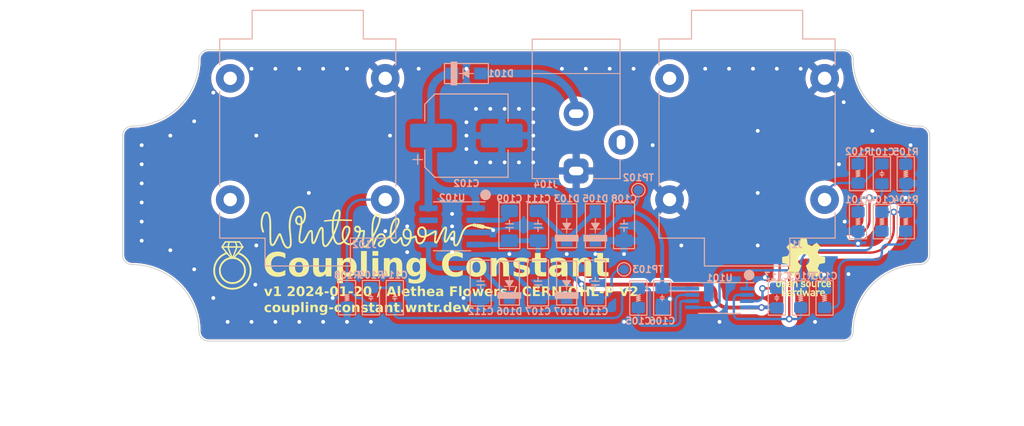
<source format=kicad_pcb>
(kicad_pcb (version 20221018) (generator pcbnew)
  (title_block (title "Coupling Constant") (date "2024-01-20") (rev "v1") (company "Winterbloom") (comment 1 "Alethea Flowers") (comment 2 "CERN-OHL-P V2") (comment 3 "coupling-constant.wntr.dev"))
  (layers (0 "F.Cu" signal) (31 "B.Cu" signal) (34 "B.Paste" user) (35 "F.Paste" user) (36 "B.SilkS" user "B.Silkscreen") (37 "F.SilkS" user "F.Silkscreen") (38 "B.Mask" user) (39 "F.Mask" user) (44 "Edge.Cuts" user))
  (net 0 "")
  (net 1 "/guitar in")
  (net 2 "Net-(U101A--)")
  (net 3 "+9V")
  (net 4 "GND")
  (net 5 "Net-(C103-Pad2)")
  (net 6 "Net-(U101A-+)")
  (net 7 "Net-(U101B--)")
  (net 8 "Net-(U101B-+)")
  (net 9 "Net-(C105-Pad2)")
  (net 10 "VCC")
  (net 11 "Net-(U102-CAP-)")
  (net 12 "Net-(D106-A)")
  (net 13 "Net-(U102-CAP+)")
  (net 14 "VEE")
  (net 15 "Net-(D103-K)")
  (net 16 "Net-(D106-K)")
  (net 17 "Net-(C114-Pad2)")
  (net 18 "Net-(D101-A)")
  (net 19 "/guitar out")
  (net 22 "Net-(R102-Pad2)")
  (footprint "winterbloom:Symbol_Winterbloom_25mm" (layer "F.Cu") (at 142.2 107.5)
    (fp_text reference "G***" hide)
    (fp_text value "LOGO" hide)
  )
  (footprint "Symbol:OSHW-Logo_5.7x6mm_SilkScreen" (layer "F.Cu") (at 186.9 111.7)
    (fp_text reference "REF**" hide)
    (fp_text value "OSHW-Logo_5.7x6mm_SilkScreen" hide)
  )
  (footprint "Graphics" (layer "F.Cu") (at 127.1 111.5)
    (fp_text reference "" (at 0 0) (layer "F.SilkS") (effects (font (size 1.27 1.27))))
    (fp_text value "" (at 0 0) (layer "F.SilkS") (effects (font (size 1.27 1.27))))
  )
  (footprint "winterbloom:R_0805_HandSolder" (layer "B.Cu") (at 197.6 101.9 -90)
    (fp_text reference "R105" (at -2.3 0 unlocked) (layer "B.SilkS") (effects (font (size 0.7 0.7) (thickness 0.15) bold) (justify mirror)))
    (fp_text value "10M")
    (pad "1" smd roundrect (at -1 0 270) (size 1.2 1.4) (layers "B.Cu" "B.Paste" "B.Mask") (roundrect_rratio 0.2083333333) (net 22 "Net-(R102-Pad2)"))
    (pad "2" smd roundrect (at 1 0 270) (size 1.2 1.4) (layers "B.Cu" "B.Paste" "B.Mask") (roundrect_rratio 0.2083333333) (net 4 "GND"))
  )
  (footprint "winterbloom:C_0805_HandSolder" (layer "B.Cu") (at 184.1 114.9 90)
    (fp_text reference "C113" (at 2.3 0 unlocked) (layer "B.SilkS") (effects (font (size 0.7 0.7) (thickness 0.15) bold) (justify mirror)))
    (fp_text value "100n")
    (pad "1" smd roundrect (at -1.0375 0 90) (size 1.175 1.45) (layers "B.Cu" "B.Paste" "B.Mask") (roundrect_rratio 0.2127659574) (net 14 "VEE"))
    (pad "2" smd roundrect (at 1.0375 0 90) (size 1.175 1.45) (layers "B.Cu" "B.Paste" "B.Mask") (roundrect_rratio 0.2127659574) (net 4 "GND"))
  )
  (footprint "winterbloom:D_SOD-123+SOD-123F" (layer "B.Cu") (at 165.1 107.3375 90)
    (fp_text reference "D105" (at 2.8375 0 unlocked) (layer "B.SilkS") (effects (font (size 0.7 0.7) (thickness 0.15) bold) (justify mirror)))
    (fp_text value "1N5817")
    (pad "1" smd rect (at -1.5 0 90) (size 1.35 1.22) (layers "B.Cu" "B.Paste" "B.Mask") (net 10 "VCC"))
    (pad "2" smd rect (at 1.5 0 90) (size 1.35 1.22) (layers "B.Cu" "B.Paste" "B.Mask") (net 15 "Net-(D103-K)"))
  )
  (footprint "winterbloom:D_SOD-123+SOD-123F" (layer "B.Cu") (at 156.095877 113.3375 90)
    (fp_text reference "D106" (at -2.9625 0.004123 unlocked) (layer "B.SilkS") (effects (font (size 0.7 0.7) (thickness 0.15) bold) (justify mirror)))
    (fp_text value "1N5817")
    (pad "1" smd rect (at -1.5 0 90) (size 1.35 1.22) (layers "B.Cu" "B.Paste" "B.Mask") (net 16 "Net-(D106-K)"))
    (pad "2" smd rect (at 1.5 0 90) (size 1.35 1.22) (layers "B.Cu" "B.Paste" "B.Mask") (net 12 "Net-(D106-A)"))
  )
  (footprint "winterbloom:R_0805_HandSolder" (layer "B.Cu") (at 197.6 106.9 90)
    (fp_text reference "R104" (at 2.3 0 unlocked) (layer "B.SilkS") (effects (font (size 0.7 0.7) (thickness 0.15) bold) (justify mirror)))
    (fp_text value "200k")
    (pad "1" smd roundrect (at -1 0 90) (size 1.2 1.4) (layers "B.Cu" "B.Paste" "B.Mask") (roundrect_rratio 0.2083333333) (net 5 "Net-(C103-Pad2)"))
    (pad "2" smd roundrect (at 1 0 90) (size 1.2 1.4) (layers "B.Cu" "B.Paste" "B.Mask") (roundrect_rratio 0.2083333333) (net 2 "Net-(U101A--)"))
  )
  (footprint "winterbloom:C_0805_HandSolder" (layer "B.Cu") (at 195.1 101.9 -90)
    (fp_text reference "C101" (at -2.3 0 unlocked) (layer "B.SilkS") (effects (font (size 0.7 0.7) (thickness 0.15) bold) (justify mirror)))
    (fp_text value "100n")
    (pad "1" smd roundrect (at -1.0375 0 270) (size 1.175 1.45) (layers "B.Cu" "B.Paste" "B.Mask") (roundrect_rratio 0.2127659574) (net 1 "/guitar in"))
    (pad "2" smd roundrect (at 1.0375 0 270) (size 1.175 1.45) (layers "B.Cu" "B.Paste" "B.Mask") (roundrect_rratio 0.2127659574) (net 6 "Net-(U101A-+)"))
  )
  (footprint "winterbloom:C_0805_HandSolder" (layer "B.Cu") (at 172.1 114.9 90)
    (fp_text reference "C106" (at -2.4 0 unlocked) (layer "B.SilkS") (effects (font (size 0.7 0.7) (thickness 0.15) bold) (justify mirror)))
    (fp_text value "100n")
    (pad "1" smd roundrect (at -1.0375 0 90) (size 1.175 1.45) (layers "B.Cu" "B.Paste" "B.Mask") (roundrect_rratio 0.2127659574) (net 4 "GND"))
    (pad "2" smd roundrect (at 1.0375 0 90) (size 1.175 1.45) (layers "B.Cu" "B.Paste" "B.Mask") (roundrect_rratio 0.2127659574) (net 10 "VCC"))
  )
  (footprint "winterbloom:R_0805_HandSolder" (layer "B.Cu") (at 169.6 114.9 90)
    (fp_text reference "C105" (at -2.4 0 unlocked) (layer "B.SilkS") (effects (font (size 0.7 0.7) (thickness 0.15) bold) (justify mirror)))
    (fp_text value "TODO")
    (pad "1" smd roundrect (at -1 0 90) (size 1.2 1.4) (layers "B.Cu" "B.Paste" "B.Mask") (roundrect_rratio 0.2083333333) (net 7 "Net-(U101B--)"))
    (pad "2" smd roundrect (at 1 0 90) (size 1.2 1.4) (layers "B.Cu" "B.Paste" "B.Mask") (roundrect_rratio 0.2083333333) (net 9 "Net-(C105-Pad2)"))
  )
  (footprint "winterbloom:C_0805_HandSolder" (layer "B.Cu") (at 141.6 114.8625 90)
    (fp_text reference "R109" (at 2.3625 0 unlocked) (layer "B.SilkS") (effects (font (size 0.7 0.7) (thickness 0.15) bold) (justify mirror)))
    (fp_text value "10R")
    (pad "1" smd roundrect (at -1.0375 0 90) (size 1.175 1.45) (layers "B.Cu" "B.Paste" "B.Mask") (roundrect_rratio 0.2127659574) (net 19 "/guitar out"))
    (pad "2" smd roundrect (at 1.0375 0 90) (size 1.175 1.45) (layers "B.Cu" "B.Paste" "B.Mask") (roundrect_rratio 0.2127659574) (net 17 "Net-(C114-Pad2)"))
  )
  (footprint "winterbloom:BarrelJack_CUI_PJ-102AH_Horizontal" (layer "B.Cu") (at 163.0875 101.6)
    (fp_text reference "J104" (at -3.1875 1.4 unlocked) (layer "B.SilkS") (effects (font (size 0.7 0.7) (thickness 0.15) bold) (justify mirror)))
    (fp_text value "DC IN")
    (pad "1" thru_hole roundrect (at 0 0) (size 2.6 2.6) (drill oval 1.5 0.9) (layers "*.Cu" "*.Mask") (net 4 "GND"))
    (pad "2" thru_hole circle (at 0 -6) (size 2.6 2.6) (drill oval 1.5 0.9) (layers "*.Cu" "*.Mask") (net 18 "Net-(D101-A)"))
    (pad "3" thru_hole circle (at 4.7 -3) (size 2.6 2.6) (drill oval 0.9 1.5) (layers "*.Cu" "*.Mask"))
  )
  (footprint "Connector_Audio:Jack_6.35mm_Neutrik_NMJ4HCD2_Horizontal" (layer "B.Cu") (at 189.1 104.6 90)
    (fp_text reference "J1" (at -4.7 -2.9 unlocked) (layer "B.SilkS") (effects (font (size 0.7 0.7) (thickness 0.15) bold) (justify mirror)))
    (fp_text value "Input")
    (pad "S" thru_hole circle (at 12.7 0 90) (size 3 3) (drill 1.4) (layers "*.Cu" "*.Mask") (net 4 "GND"))
    (pad "SN" thru_hole circle (at 12.7 -16.23 90) (size 3 3) (drill 1.4) (layers "*.Cu" "*.Mask"))
    (pad "T" thru_hole circle (at 0 0 90) (size 3 3) (drill 1.4) (layers "*.Cu" "*.Mask") (net 1 "/guitar in"))
    (pad "TN" thru_hole circle (at 0 -16.23 90) (size 3 3) (drill 1.4) (layers "*.Cu" "*.Mask") (net 4 "GND"))
  )
  (footprint "winterbloom:C_1206_HandSolder" (layer "B.Cu") (at 168.1 107.3375 -90)
    (fp_text reference "C108" (at -2.8375 0 unlocked) (layer "B.SilkS") (effects (font (size 0.7 0.7) (thickness 0.15) bold) (justify mirror)))
    (fp_text value "10u")
    (pad "1" smd roundrect (at -1.5625 0 270) (size 1.325 1.8) (layers "B.Cu" "B.Paste" "B.Mask") (roundrect_rratio 0.1886792453) (net 10 "VCC"))
    (pad "2" smd roundrect (at 1.5625 0 270) (size 1.325 1.8) (layers "B.Cu" "B.Paste" "B.Mask") (roundrect_rratio 0.1886792453) (net 4 "GND"))
  )
  (footprint "winterbloom:R_0805_HandSolder" (layer "B.Cu") (at 192.6 101.8625 90)
    (fp_text reference "R102" (at 2.3 0 unlocked) (layer "B.SilkS") (effects (font (size 0.7 0.7) (thickness 0.15) bold) (justify mirror)))
    (fp_text value "10M")
    (pad "1" smd roundrect (at -1 0 90) (size 1.2 1.4) (layers "B.Cu" "B.Paste" "B.Mask") (roundrect_rratio 0.2083333333) (net 1 "/guitar in"))
    (pad "2" smd roundrect (at 1 0 90) (size 1.2 1.4) (layers "B.Cu" "B.Paste" "B.Mask") (roundrect_rratio 0.2083333333) (net 22 "Net-(R102-Pad2)"))
  )
  (footprint "winterbloom:D_SOD-123+SOD-123F" (layer "B.Cu") (at 151.6 91.4)
    (fp_text reference "D101" (at 3.6 0 unlocked) (layer "B.SilkS") (effects (font (size 0.7 0.7) (thickness 0.15) bold) (justify mirror)))
    (fp_text value "1N5817")
    (pad "1" smd rect (at -1.5 0) (size 1.35 1.22) (layers "B.Cu" "B.Paste" "B.Mask") (net 3 "+9V"))
    (pad "2" smd rect (at 1.5 0) (size 1.35 1.22) (layers "B.Cu" "B.Paste" "B.Mask") (net 18 "Net-(D101-A)"))
  )
  (footprint "winterbloom:C_1206_HandSolder" (layer "B.Cu") (at 165.095877 113.3375 -90)
    (fp_text reference "C110" (at 2.9625 -0.004123 unlocked) (layer "B.SilkS") (effects (font (size 0.7 0.7) (thickness 0.15) bold) (justify mirror)))
    (fp_text value "10u")
    (pad "1" smd roundrect (at -1.5625 0 270) (size 1.325 1.8) (layers "B.Cu" "B.Paste" "B.Mask") (roundrect_rratio 0.1886792453) (net 4 "GND"))
    (pad "2" smd roundrect (at 1.5625 0 270) (size 1.325 1.8) (layers "B.Cu" "B.Paste" "B.Mask") (roundrect_rratio 0.1886792453) (net 14 "VEE"))
  )
  (footprint "winterbloom:C_1206_HandSolder" (layer "B.Cu") (at 156.1 107.3375 -90)
    (fp_text reference "C109" (at -2.8375 0 unlocked) (layer "B.SilkS") (effects (font (size 0.7 0.7) (thickness 0.15) bold) (justify mirror)))
    (fp_text value "10u")
    (pad "1" smd roundrect (at -1.5625 0 270) (size 1.325 1.8) (layers "B.Cu" "B.Paste" "B.Mask") (roundrect_rratio 0.1886792453) (net 13 "Net-(U102-CAP+)"))
    (pad "2" smd roundrect (at 1.5625 0 270) (size 1.325 1.8) (layers "B.Cu" "B.Paste" "B.Mask") (roundrect_rratio 0.1886792453) (net 11 "Net-(U102-CAP-)"))
  )
  (footprint "winterbloom:R_0805_HandSolder" (layer "B.Cu") (at 186.6 114.9 90)
    (fp_text reference "R103" (at 2.3 0 unlocked) (layer "B.SilkS") (effects (font (size 0.7 0.7) (thickness 0.15) bold) (justify mirror)))
    (fp_text value "20k")
    (pad "1" smd roundrect (at -1 0 90) (size 1.2 1.4) (layers "B.Cu" "B.Paste" "B.Mask") (roundrect_rratio 0.2083333333) (net 2 "Net-(U101A--)"))
    (pad "2" smd roundrect (at 1 0 90) (size 1.2 1.4) (layers "B.Cu" "B.Paste" "B.Mask") (roundrect_rratio 0.2083333333) (net 8 "Net-(U101B-+)"))
  )
  (footprint "winterbloom:C_0805_HandSolder" (layer "B.Cu") (at 144.1 114.8625 90)
    (fp_text reference "C114" (at 2.3625 0 unlocked) (layer "B.SilkS") (effects (font (size 0.7 0.7) (thickness 0.15) bold) (justify mirror)))
    (fp_text value "1u")
    (pad "1" smd roundrect (at -1.0375 0 90) (size 1.175 1.45) (layers "B.Cu" "B.Paste" "B.Mask") (roundrect_rratio 0.2127659574) (net 9 "Net-(C105-Pad2)"))
    (pad "2" smd roundrect (at 1.0375 0 90) (size 1.175 1.45) (layers "B.Cu" "B.Paste" "B.Mask") (roundrect_rratio 0.2127659574) (net 17 "Net-(C114-Pad2)"))
  )
  (footprint "winterbloom:D_SOD-123+SOD-123F" (layer "B.Cu") (at 162.1 107.3375 90)
    (fp_text reference "D103" (at 2.8375 0 unlocked) (layer "B.SilkS") (effects (font (size 0.7 0.7) (thickness 0.15) bold) (justify mirror)))
    (fp_text value "1N5817")
    (pad "1" smd rect (at -1.5 0 90) (size 1.35 1.22) (layers "B.Cu" "B.Paste" "B.Mask") (net 15 "Net-(D103-K)"))
    (pad "2" smd rect (at 1.5 0 90) (size 1.35 1.22) (layers "B.Cu" "B.Paste" "B.Mask") (net 3 "+9V"))
  )
  (footprint "winterbloom:C_1206_HandSolder" (layer "B.Cu") (at 159.1 107.3375 -90)
    (fp_text reference "C111" (at -2.8375 0 unlocked) (layer "B.SilkS") (effects (font (size 0.7 0.7) (thickness 0.15) bold) (justify mirror)))
    (fp_text value "10u")
    (pad "1" smd roundrect (at -1.5625 0 270) (size 1.325 1.8) (layers "B.Cu" "B.Paste" "B.Mask") (roundrect_rratio 0.1886792453) (net 15 "Net-(D103-K)"))
    (pad "2" smd roundrect (at 1.5625 0 270) (size 1.325 1.8) (layers "B.Cu" "B.Paste" "B.Mask") (roundrect_rratio 0.1886792453) (net 11 "Net-(U102-CAP-)"))
  )
  (footprint "winterbloom:R_0805_HandSolder" (layer "B.Cu") (at 192.6 106.9 -90)
    (fp_text reference "R101" (at -2.3 0 unlocked) (layer "B.SilkS") (effects (font (size 0.7 0.7) (thickness 0.15) bold) (justify mirror)))
    (fp_text value "10M")
    (pad "1" smd roundrect (at -1 0 270) (size 1.2 1.4) (layers "B.Cu" "B.Paste" "B.Mask") (roundrect_rratio 0.2083333333) (net 6 "Net-(U101A-+)"))
    (pad "2" smd roundrect (at 1 0 270) (size 1.2 1.4) (layers "B.Cu" "B.Paste" "B.Mask") (roundrect_rratio 0.2083333333) (net 4 "GND"))
  )
  (footprint "Package_SO:SOIC-8_3.9x4.9mm_P1.27mm" (layer "B.Cu") (at 150.1 107.4 180)
    (fp_text reference "U102" (at 0 3 unlocked) (layer "B.SilkS") (effects (font (size 0.7 0.7) (thickness 0.15) bold) (justify mirror)))
    (fp_text value "TC1044SxOA")
    (pad "1" smd roundrect (at -2.475 1.905 180) (size 1.95 0.6) (layers "B.Cu" "B.Paste" "B.Mask") (net 3 "+9V"))
    (pad "2" smd roundrect (at -2.475 0.635 180) (size 1.95 0.6) (layers "B.Cu" "B.Paste" "B.Mask") (net 13 "Net-(U102-CAP+)"))
    (pad "3" smd roundrect (at -2.475 -0.635 180) (size 1.95 0.6) (layers "B.Cu" "B.Paste" "B.Mask") (net 4 "GND"))
    (pad "4" smd roundrect (at -2.475 -1.905 180) (size 1.95 0.6) (layers "B.Cu" "B.Paste" "B.Mask") (net 11 "Net-(U102-CAP-)"))
    (pad "5" smd roundrect (at 2.475 -1.905 180) (size 1.95 0.6) (layers "B.Cu" "B.Paste" "B.Mask") (net 16 "Net-(D106-K)"))
    (pad "6" smd roundrect (at 2.475 -0.635 180) (size 1.95 0.6) (layers "B.Cu" "B.Paste" "B.Mask"))
    (pad "7" smd roundrect (at 2.475 0.635 180) (size 1.95 0.6) (layers "B.Cu" "B.Paste" "B.Mask"))
    (pad "8" smd roundrect (at 2.475 1.905 180) (size 1.95 0.6) (layers "B.Cu" "B.Paste" "B.Mask") (net 3 "+9V"))
  )
  (footprint "TestPoint:TestPoint_Pad_D1.0mm" (layer "B.Cu") (at 169.6 103.6 180)
    (fp_text reference "TP102" (at 0 1.3 unlocked) (layer "B.SilkS") (effects (font (size 0.7 0.7) (thickness 0.15) bold) (justify mirror)))
    (fp_text value "+17V")
    (pad "1" smd circle (at 0 0 180) (size 1 1) (layers "B.Cu" "B.Mask") (net 10 "VCC"))
  )
  (footprint "TestPoint:TestPoint_Pad_D1.0mm" (layer "B.Cu") (at 168.1 111.9 180)
    (fp_text reference "TP103" (at -2.5 0 unlocked) (layer "B.SilkS") (effects (font (size 0.7 0.7) (thickness 0.15) bold) (justify mirror)))
    (fp_text value "-17V")
    (pad "1" smd circle (at 0 0 180) (size 1 1) (layers "B.Cu" "B.Mask") (net 14 "VEE"))
  )
  (footprint "winterbloom:R_0805_HandSolder" (layer "B.Cu") (at 139.1 114.8625 90)
    (fp_text reference "R108" (at 2.3625 0 unlocked) (layer "B.SilkS") (effects (font (size 0.7 0.7) (thickness 0.15) bold) (justify mirror)))
    (fp_text value "10M")
    (pad "1" smd roundrect (at -1 0 90) (size 1.2 1.4) (layers "B.Cu" "B.Paste" "B.Mask") (roundrect_rratio 0.2083333333) (net 4 "GND"))
    (pad "2" smd roundrect (at 1 0 90) (size 1.2 1.4) (layers "B.Cu" "B.Paste" "B.Mask") (roundrect_rratio 0.2083333333) (net 19 "/guitar out"))
  )
  (footprint "winterbloom:C_1206_HandSolder" (layer "B.Cu") (at 159.095877 113.3375 -90)
    (fp_text reference "C107" (at 2.9625 -0.004123 unlocked) (layer "B.SilkS") (effects (font (size 0.7 0.7) (thickness 0.15) bold) (justify mirror)))
    (fp_text value "10u")
    (pad "1" smd roundrect (at -1.5625 0 270) (size 1.325 1.8) (layers "B.Cu" "B.Paste" "B.Mask") (roundrect_rratio 0.1886792453) (net 11 "Net-(U102-CAP-)"))
    (pad "2" smd roundrect (at 1.5625 0 270) (size 1.325 1.8) (layers "B.Cu" "B.Paste" "B.Mask") (roundrect_rratio 0.1886792453) (net 12 "Net-(D106-A)"))
  )
  (footprint "Connector_Audio:Jack_6.35mm_Neutrik_NMJ4HCD2_Horizontal" (layer "B.Cu") (at 143.1 104.6 90)
    (fp_text reference "J102" (at -4.7 -2.2 unlocked) (layer "B.SilkS") (effects (font (size 0.7 0.7) (thickness 0.15) bold) (justify mirror)))
    (fp_text value "Output")
    (pad "S" thru_hole circle (at 12.7 0 90) (size 3 3) (drill 1.4) (layers "*.Cu" "*.Mask") (net 4 "GND"))
    (pad "SN" thru_hole circle (at 12.7 -16.23 90) (size 3 3) (drill 1.4) (layers "*.Cu" "*.Mask"))
    (pad "T" thru_hole circle (at 0 0 90) (size 3 3) (drill 1.4) (layers "*.Cu" "*.Mask") (net 19 "/guitar out"))
    (pad "TN" thru_hole circle (at 0 -16.23 90) (size 3 3) (drill 1.4) (layers "*.Cu" "*.Mask"))
  )
  (footprint "winterbloom:C_1206_HandSolder" (layer "B.Cu") (at 153.095877 113.3375 90)
    (fp_text reference "C112" (at -2.9625 0.004123 unlocked) (layer "B.SilkS") (effects (font (size 0.7 0.7) (thickness 0.15) bold) (justify mirror)))
    (fp_text value "10u")
    (pad "1" smd roundrect (at -1.5625 0 90) (size 1.325 1.8) (layers "B.Cu" "B.Paste" "B.Mask") (roundrect_rratio 0.1886792453) (net 4 "GND"))
    (pad "2" smd roundrect (at 1.5625 0 90) (size 1.325 1.8) (layers "B.Cu" "B.Paste" "B.Mask") (roundrect_rratio 0.1886792453) (net 16 "Net-(D106-K)"))
  )
  (footprint "winterbloom:R_0805_HandSolder" (layer "B.Cu") (at 189.1 114.9 -90)
    (fp_text reference "C103" (at -2.3 0 unlocked) (layer "B.SilkS") (effects (font (size 0.7 0.7) (thickness 0.15) bold) (justify mirror)))
    (fp_text value "4u7")
    (pad "1" smd roundrect (at -1 0 270) (size 1.2 1.4) (layers "B.Cu" "B.Paste" "B.Mask") (roundrect_rratio 0.2083333333) (net 4 "GND"))
    (pad "2" smd roundrect (at 1 0 270) (size 1.2 1.4) (layers "B.Cu" "B.Paste" "B.Mask") (roundrect_rratio 0.2083333333) (net 5 "Net-(C103-Pad2)"))
  )
  (footprint "Package_SO:TSSOP-8_4.4x3mm_P0.65mm" (layer "B.Cu") (at 178.1 114.9 180)
    (fp_text reference "U101" (at 0 2.1 unlocked) (layer "B.SilkS") (effects (font (size 0.7 0.7) (thickness 0.15) bold) (justify mirror)))
    (fp_text value "TL072")
    (pad "1" smd roundrect (at -2.8625 0.975 180) (size 1.475 0.4) (layers "B.Cu" "B.Paste" "B.Mask") (net 8 "Net-(U101B-+)"))
    (pad "2" smd roundrect (at -2.8625 0.325 180) (size 1.475 0.4) (layers "B.Cu" "B.Paste" "B.Mask") (net 2 "Net-(U101A--)"))
    (pad "3" smd roundrect (at -2.8625 -0.325 180) (size 1.475 0.4) (layers "B.Cu" "B.Paste" "B.Mask") (net 6 "Net-(U101A-+)"))
    (pad "4" smd roundrect (at -2.8625 -0.975 180) (size 1.475 0.4) (layers "B.Cu" "B.Paste" "B.Mask") (net 14 "VEE"))
    (pad "5" smd roundrect (at 2.8625 -0.975 180) (size 1.475 0.4) (layers "B.Cu" "B.Paste" "B.Mask") (net 8 "Net-(U101B-+)"))
    (pad "6" smd roundrect (at 2.8625 -0.325 180) (size 1.475 0.4) (layers "B.Cu" "B.Paste" "B.Mask") (net 7 "Net-(U101B--)"))
    (pad "7" smd roundrect (at 2.8625 0.325 180) (size 1.475 0.4) (layers "B.Cu" "B.Paste" "B.Mask") (net 9 "Net-(C105-Pad2)"))
    (pad "8" smd roundrect (at 2.8625 0.975 180) (size 1.475 0.4) (layers "B.Cu" "B.Paste" "B.Mask") (net 10 "VCC"))
  )
  (footprint "winterbloom:D_SOD-123+SOD-123F" (layer "B.Cu") (at 162.095877 113.3375 90)
    (fp_text reference "D107" (at -2.9625 0.004123 unlocked) (layer "B.SilkS") (effects (font (size 0.7 0.7) (thickness 0.15) bold) (justify mirror)))
    (fp_text value "1N5817")
    (pad "1" smd rect (at -1.5 0 90) (size 1.35 1.22) (layers "B.Cu" "B.Paste" "B.Mask") (net 12 "Net-(D106-A)"))
    (pad "2" smd rect (at 1.5 0 90) (size 1.35 1.22) (layers "B.Cu" "B.Paste" "B.Mask") (net 14 "VEE"))
  )
  (footprint "Capacitor_SMD:CP_Elec_8x10.5" (layer "B.Cu") (at 151.6 97.9)
    (fp_text reference "C102" (at 0 5 unlocked) (layer "B.SilkS") (effects (font (size 0.7 0.7) (thickness 0.15) bold) (justify mirror)))
    (fp_text value "100u")
    (pad "1" smd roundrect (at -3.7 0) (size 4.4 2.5) (layers "B.Cu" "B.Paste" "B.Mask") (roundrect_rratio 0.1) (net 3 "+9V"))
    (pad "2" smd roundrect (at 3.7 0) (size 4.4 2.5) (layers "B.Cu" "B.Paste" "B.Mask") (roundrect_rratio 0.1) (net 4 "GND"))
  )
  (footprint "winterbloom:R_0805_HandSolder" (layer "B.Cu") (at 195.1 106.9 -90)
    (fp_text reference "C104" (at -2.3 0 unlocked) (layer "B.SilkS") (effects (font (size 0.7 0.7) (thickness 0.15) bold) (justify mirror)))
    (fp_text value "100p")
    (pad "1" smd roundrect (at -1 0 270) (size 1.2 1.4) (layers "B.Cu" "B.Paste" "B.Mask") (roundrect_rratio 0.2083333333) (net 2 "Net-(U101A--)"))
    (pad "2" smd roundrect (at 1 0 270) (size 1.2 1.4) (layers "B.Cu" "B.Paste" "B.Mask") (roundrect_rratio 0.2083333333) (net 8 "Net-(U101B-+)"))
  )
  (gr_circle (center 181.2 112.5) (end 180.7 112.5) (stroke (width 0.12)) (fill solid) (layer "B.SilkS"))
  (gr_circle (center 153.6 104.1) (end 153.1 104.1) (stroke (width 0.12)) (fill solid) (layer "B.SilkS"))
  (gr_line (start 124.600002 119.399998) (end 191.099998 119.399998) (stroke (width 0.1)) (layer "Edge.Cuts"))
  (gr_line (start 200.099998 97.900002) (end 200.099998 110.399998) (stroke (width 0.1)) (layer "Edge.Cuts"))
  (gr_arc (start 192.099998 118.399998) (mid 191.807105 119.107105) (end 191.099998 119.399998) (stroke (width 0.1)) (layer "Edge.Cuts"))
  (gr_line (start 115.6 97.9) (end 115.600002 110.399998) (stroke (width 0.1)) (layer "Edge.Cuts"))
  (gr_arc (start 124.600002 119.399998) (mid 123.892895 119.107105) (end 123.600002 118.399998) (stroke (width 0.1)) (layer "Edge.Cuts"))
  (gr_arc (start 199.099998 96.900002) (mid 199.807105 97.192895) (end 200.099998 97.900002) (stroke (width 0.1)) (layer "Edge.Cuts"))
  (gr_arc (start 200.099998 110.399998) (mid 199.807105 111.107105) (end 199.099998 111.399998) (stroke (width 0.1)) (layer "Edge.Cuts"))
  (gr_arc (start 123.6 89.9) (mid 123.892893 89.192893) (end 124.6 88.9) (stroke (width 0.1)) (layer "Edge.Cuts"))
  (gr_arc (start 116.600002 111.399998) (mid 121.549749 113.450251) (end 123.600002 118.399998) (stroke (width 0.1)) (layer "Edge.Cuts"))
  (gr_arc (start 123.6 89.9) (mid 121.549747 94.849747) (end 116.6 96.9) (stroke (width 0.1)) (layer "Edge.Cuts"))
  (gr_arc (start 116.600002 111.399998) (mid 115.892895 111.107105) (end 115.600002 110.399998) (stroke (width 0.1)) (layer "Edge.Cuts"))
  (gr_arc (start 115.6 97.9) (mid 115.892893 97.192893) (end 116.6 96.9) (stroke (width 0.1)) (layer "Edge.Cuts"))
  (gr_arc (start 191.099998 88.900002) (mid 191.807105 89.192895) (end 192.099998 89.900002) (stroke (width 0.1)) (layer "Edge.Cuts"))
  (gr_line (start 124.6 88.9) (end 191.099998 88.900002) (stroke (width 0.1)) (layer "Edge.Cuts"))
  (gr_arc (start 192.099998 118.399998) (mid 194.150251 113.450251) (end 199.099998 111.399998) (stroke (width 0.1)) (layer "Edge.Cuts"))
  (gr_arc (start 199.099998 96.900002) (mid 194.150251 94.849749) (end 192.099998 89.900002) (stroke (width 0.1)) (layer "Edge.Cuts"))
  (gr_text "Coupling Constant" (at 130.3 111.6) (layer "F.SilkS") (effects (font (size 2.5 2.5) (thickness 0.15) bold italic) (justify left)))
  (gr_text "${REVISION} ${ISSUE_DATE} / ${COMMENT1} / ${COMMENT2}\n${COMMENT3}" (at 130.4 113.7) (layer "F.SilkS") (effects (font (size 1 1) (thickness 0.24) bold) (justify left top)))
  (segment (start 193.1375 102.8625) (end 195.1 100.9) (width 0.25) (layer "B.Cu") (net 1))
  (segment (start 192.6 102.8625) (end 193.1375 102.8625) (width 0.25) (layer "B.Cu") (net 1))
  (segment (start 195.1 100.9) (end 195.1 100.8625) (width 0.25) (layer "B.Cu") (net 1))
  (segment (start 190.837504 102.8625) (end 192.6 102.8625) (width 0.25) (layer "B.Cu") (net 1))
  (arc (start 189.1 104.6) (mid 189.608903 103.371403) (end 190.837504 102.8625) (width 0.25) (layer "B.Cu") (net 1))
  (segment (start 185.4 111.725916) (end 185.4 117.1) (width 0.25) (layer "F.Cu") (net 2))
  (segment (start 196.35 105.9) (end 196.35 107.6) (width 0.25) (layer "F.Cu") (net 2))
  (segment (start 193.8 110.15) (end 186.975916 110.15) (width 0.25) (layer "F.Cu") (net 2))
  (via (at 185.4 117.1) (size 0.7) (drill 0.4) (layers "F.Cu" "B.Cu") (net 2))
  (via (at 196.35 105.9) (size 0.7) (drill 0.4) (layers "F.Cu" "B.Cu") (net 2))
  (arc (start 186.975916 110.15) (mid 185.861575 110.611575) (end 185.4 111.725916) (width 0.25) (layer "F.Cu") (net 2))
  (arc (start 196.35 107.6) (mid 195.603122 109.403122) (end 193.8 110.15) (width 0.25) (layer "F.Cu") (net 2))
  (segment (start 185.4 117.1) (end 180.1 117.1) (width 0.25) (layer "B.Cu") (net 2))
  (segment (start 195.1 105.9) (end 196.35 105.9) (width 0.25) (layer "B.Cu") (net 2))
  (segment (start 179.6 116.6) (end 179.6 115.007003) (width 0.25) (layer "B.Cu") (net 2))
  (segment (start 196.35 105.9) (end 197.6 105.9) (width 0.25) (layer "B.Cu") (net 2))
  (segment (start 186.6 116.750961) (end 186.6 115.9) (width 0.25) (layer "B.Cu") (net 2))
  (segment (start 185.4 117.1) (end 186.250961 117.1) (width 0.25) (layer "B.Cu") (net 2))
  (segment (start 180.032003 114.575) (end 180.9625 114.575) (width 0.25) (layer "B.Cu") (net 2))
  (arc (start 179.6 115.007003) (mid 179.726531 114.701531) (end 180.032003 114.575) (width 0.25) (layer "B.Cu") (net 2))
  (arc (start 180.1 117.1) (mid 179.746447 116.953553) (end 179.6 116.6) (width 0.25) (layer "B.Cu") (net 2))
  (arc (start 186.250961 117.1) (mid 186.497769 116.997769) (end 186.6 116.750961) (width 0.25) (layer "B.Cu") (net 2))
  (segment (start 152.575 105.495) (end 152.575 104.675) (width 0.8) (layer "B.Cu") (net 3))
  (segment (start 147.625 101.5) (end 147.625 98.175) (width 0.8) (layer "B.Cu") (net 3))
  (segment (start 151.6 103.7) (end 149.825 103.7) (width 0.8) (layer "B.Cu") (net 3))
  (segment (start 151.6 103.7) (end 159.9625 103.7) (width 0.8) (layer "B.Cu") (net 3))
  (segment (start 147.9 93.6) (end 147.9 97.9) (width 0.8) (layer "B.Cu") (net 3))
  (segment (start 147.625 105.495) (end 147.625 101.5) (width 0.8) (layer "B.Cu") (net 3))
  (arc (start 152.575 104.675) (mid 152.289429 103.985571) (end 151.6 103.7) (width 0.8) (layer "B.Cu") (net 3))
  (arc (start 147.625 98.175) (mid 147.705546 97.980546) (end 147.9 97.9) (width 0.8) (layer "B.Cu") (net 3))
  (arc (start 150.1 91.4) (mid 148.544365 92.044365) (end 147.9 93.6) (width 0.8) (layer "B.Cu") (net 3))
  (arc (start 149.825 103.7) (mid 148.269365 103.055635) (end 147.625 101.5) (width 0.8) (layer "B.Cu") (net 3))
  (arc (start 159.9625 103.7) (mid 161.473941 104.326059) (end 162.1 105.8375) (width 0.8) (layer "B.Cu") (net 3))
  (via (at 129.5 113.5) (size 0.7) (drill 0.4) (layers "F.Cu" "B.Cu") (net 4))
  (via (at 179.1 90.9) (size 0.7) (drill 0.4) (layers "F.Cu" "B.Cu") (net 4))
  (via (at 137.6 114.9) (size 0.7) (drill 0.4) (layers "F.Cu" "B.Cu") (net 4))
  (via (at 171.1 98.9) (size 0.7) (drill 0.4) (layers "F.Cu" "B.Cu") (net 4))
  (via (at 176.6 90.9) (size 0.7) (drill 0.4) (layers "F.Cu" "B.Cu") (net 4))
  (via (at 161.6 90.9) (size 0.7) (drill 0.4) (layers "F.Cu" "B.Cu") (net 4))
  (via (at 125.1 114.9) (size 0.7) (drill 0.4) (layers "F.Cu" "B.Cu") (net 4))
  (via (at 117.6 108.9) (size 0.7) (drill 0.4) (layers "F.Cu" "B.Cu") (net 4))
  (via (at 162.1 110.3) (size 0.7) (drill 0.4) (layers "F.Cu" "B.Cu") (net 4))
  (via (at 198.1 98.9) (size 0.7) (drill 0.4) (layers "F.Cu" "B.Cu") (net 4))
  (via (at 197.6 104.4) (size 0.7) (drill 0.4) (layers "F.Cu" "B.Cu") (net 4))
  (via (at 125.1 93.4) (size 0.7) (drill 0.4) (layers "F.Cu" "B.Cu") (net 4))
  (via (at 156.1 110.3) (size 0.7) (drill 0.4) (layers "F.Cu" "B.Cu") (net 4))
  (via (at 182.1 103.9) (size 0.7) (drill 0.4) (layers "F.Cu" "B.Cu") (net 4))
  (via (at 145.4 110.1) (size 0.7) (drill 0.4) (layers "F.Cu" "B.Cu") (net 4))
  (via (at 166.6 90.9) (size 0.7) (drill 0.4) (layers "F.Cu" "B.Cu") (net 4))
  (via (at 139.1 117.4) (size 0.7) (drill 0.4) (layers "F.Cu" "B.Cu") (net 4))
  (via (at 151.3 114.9) (size 0.7) (drill 0.4) (layers "F.Cu" "B.Cu") (net 4))
  (via (at 192.6 109.2) (size 0.7) (drill 0.4) (layers "F.Cu" "B.Cu") (net 4))
  (via (at 117.6 98.9) (size 0.7) (drill 0.4) (layers "F.Cu" "B.Cu") (net 4))
  (via (at 152.6 95.1) (size 0.7) (drill 0.4) (layers "F.Cu" "B.Cu") (net 4))
  (via (at 168.1 110.3) (size 0.7) (drill 0.4) (layers "F.Cu" "B.Cu") (net 4))
  (via (at 157.1 100.7) (size 0.7) (drill 0.4) (layers "F.Cu" "B.Cu") (net 4))
  (via (at 169.1 90.9) (size 0.7) (drill 0.4) (layers "F.Cu" "B.Cu") (net 4))
  (via (at 146.6 90.9) (size 0.7) (drill 0.4) (layers "F.Cu" "B.Cu") (net 4))
  (via (at 152.6 100.7) (size 0.7) (drill 0.4) (layers "F.Cu" "B.Cu") (net 4))
  (via (at 158.6 100.7) (size 0.7) (drill 0.4) (layers "F.Cu" "B.Cu") (net 4))
  (via (at 123.1 96.4) (size 0.7) (drill 0.4) (layers "F.Cu" "B.Cu") (net 4))
  (via (at 117.6 104.9) (size 0.7) (drill 0.4) (layers "F.Cu" "B.Cu") (net 4))
  (via (at 155.6 95.1) (size 0.7) (drill 0.4) (layers "F.Cu" "B.Cu") (net 4))
  (via (at 158.6 99.3) (size 0.7) (drill 0.4) (layers "F.Cu" "B.Cu") (net 4))
  (via (at 136.6 90.9) (size 0.7) (drill 0.4) (layers "F.Cu" "B.Cu") (net 4))
  (via (at 123.1 111.9) (size 0.7) (drill 0.4) (layers "F.Cu" "B.Cu") (net 4))
  (via (at 136.6 117.4) (size 0.7) (drill 0.4) (layers "F.Cu" "B.Cu") (net 4))
  (via (at 158.6 95.1) (size 0.7) (drill 0.4) (layers "F.Cu" "B.Cu") (net 4))
  (via (at 182.1 97.4) (size 0.7) (drill 0.4) (layers "F.Cu" "B.Cu") (net 4))
  (via (at 165.1 110.3) (size 0.7) (drill 0.4) (layers "F.Cu" "B.Cu") (net 4))
  (via (at 150.1 106.1) (size 0.7) (drill 0.4) (layers "F.Cu" "B.Cu") (net 4))
  (via (at 172.9 115) (size 0.7) (drill 0.4) (layers "F.Cu" "B.Cu") (net 4))
  (via (at 151.6 96.5) (size 0.7) (drill 0.4) (layers "F.Cu" "B.Cu") (net 4))
  (via (at 182.1 109.4) (size 0.7) (drill 0.4) (layers "F.Cu" "B.Cu") (net 4))
  (via (at 151.6 97.9) (size 0.7) (drill 0.4) (layers "F.Cu" "B.Cu") (net 4))
  (via (at 191.6 112.4) (size 0.7) (drill 0.4) (layers "F.Cu" "B.Cu") (net 4))
  (via (at 178.1 117.4) (size 0.7) (drill 0.4) (layers "F.Cu" "B.Cu") (net 4))
  (via (at 117.6 100.9) (size 0.7) (drill 0.4) (layers "F.Cu" "B.Cu") (net 4))
  (via (at 155.6 100.7) (size 0.7) (drill 0.4) (layers "F.Cu" "B.Cu") (net 4))
  (via (at 150.1 110.1) (size 0.7) (drill 0.4) (layers "F.Cu" "B.Cu") (net 4))
  (via (at 145.4 107.4) (size 0.7) (drill 0.4) (layers "F.Cu" "B.Cu") (net 4))
  (via (at 191.2 106.9) (size 0.7) (drill 0.4) (layers "F.Cu" "B.Cu") (net 4))
  (via (at 150.1 107.4) (size 0.7) (drill 0.4) (layers "F.Cu" "B.Cu") (net 4))
  (via (at 181.6 90.9) (size 0.7) (drill 0.4) (layers "F.Cu" "B.Cu") (net 4))
  (via (at 139.1 90.9) (size 0.7) (drill 0.4) (layers "F.Cu" "B.Cu") (net 4))
  (via (at 189.05 112.45) (size 0.7) (drill 0.4) (layers "F.Cu" "B.Cu") (net 4))
  (via (at 186.6 90.9) (size 0.7) (drill 0.4) (layers "F.Cu" "B.Cu") (net 4))
  (via (at 117.6 102.9) (size 0.7) (drill 0.4) (layers "F.Cu" "B.Cu") (net 4))
  (via (at 168.1 117.4) (size 0.7) (drill 0.4) (layers "F.Cu" "B.Cu") (net 4))
  (via (at 129.6 97.9) (size 0.7) (drill 0.4) (layers "F.Cu" "B.Cu") (net 4))
  (via (at 194.1 97.4) (size 0.7) (drill 0.4) (layers "F.Cu" "B.Cu") (net 4))
  (via (at 150.1 108.7) (size 0.7) (drill 0.4) (layers "F.Cu" "B.Cu") (net 4))
  (via (at 154.4 107.8) (size 0.7) (drill 0.4) (layers "F.Cu" "B.Cu") (net 4))
  (via (at 135.1 103.9) (size 0.7) (drill 0.4) (layers "F.Cu" "B.Cu") (net 4))
  (via (at 154.1 100.7) (size 0.7) (drill 0.4) (layers "F.Cu" "B.Cu") (net 4))
  (via (at 129.1 117.4) (size 0.7) (drill 0.4) (layers "F.Cu" "B.Cu") (net 4))
  (via (at 184.1 90.9) (size 0.7) (drill 0.4) (layers "F.Cu" "B.Cu") (net 4))
  (via (at 131.6 90.9) (size 0.7) (drill 0.4) (layers "F.Cu" "B.Cu") (net 4))
  (via (at 117.6 106.9) (size 0.7) (drill 0.4) (layers "F.Cu" "B.Cu") (net 4))
  (via (at 158.6 96.5) (size 0.7) (drill 0.4) (layers "F.Cu" "B.Cu") (net 4))
  (via (at 129.1 90.9) (size 0.7) (drill 0.4) (layers "F.Cu" "B.Cu") (net 4))
  (via (at 134.1 90.9) (size 0.7) (drill 0.4) (layers "F.Cu" "B.Cu") (net 4))
  (via (at 120.6 109.9) (size 0.7) (drill 0.4) (layers "F.Cu" "B.Cu") (net 4))
  (via (at 154.1 95.1) (size 0.7) (drill 0.4) (layers "F.Cu" "B.Cu") (net 4))
  (via (at 174.1 109.4) (size 0.7) (drill 0.4) (layers "F.Cu" "B.Cu") (net 4))
  (via (at 151.6 99.3) (size 0.7) (drill 0.4) (layers "F.Cu" "B.Cu") (net 4))
  (via (at 191.1 94.4) (size 0.7) (drill 0.4) (layers "F.Cu" "B.Cu") (net 4))
  (via (at 143.6 97.9) (size 0.7) (drill 0.4) (layers "F.Cu" "B.Cu") (net 4))
  (via (at 151.6 90.9) (size 0.7) (drill 0.4) (layers "F.Cu" "B.Cu") (net 4))
  (via (at 129.6 109.4) (size 0.7) (drill 0.4) (layers "F.Cu" "B.Cu") (net 4))
  (via (at 126.6 117.4) (size 0.7) (drill 0.4) (layers "F.Cu" "B.Cu") (net 4))
  (via (at 141.6 117.4) (size 0.7) (drill 0.4) (layers "F.Cu" "B.Cu") (net 4))
  (via (at 131.6 117.4) (size 0.7) (drill 0.4) (layers "F.Cu" "B.Cu") (net 4))
  (via (at 190.6 100.9) (size 0.7) (drill 0.4) (layers "F.Cu" "B.Cu") (net 4))
  (via (at 157.1 95.1) (size 0.7) (drill 0.4) (layers "F.Cu" "B.Cu") (net 4))
  (via (at 143.1 107.9) (size 0.7) (drill 0.4) (layers "F.Cu" "B.Cu") (net 4))
  (via (at 188.1 117.4) (size 0.7) (drill 0.4) (layers "F.Cu" "B.Cu") (net 4))
  (via (at 120.6 97.9) (size 0.7) (drill 0.4) (layers "F.Cu" "B.Cu") (net 4))
  (via (at 164.1 90.9) (size 0.7) (drill 0.4) (layers "F.Cu" "B.Cu") (net 4))
  (via (at 182.85 112.75) (size 0.7) (drill 0.4) (layers "F.Cu" "B.Cu") (net 4))
  (via (at 134.1 117.4) (size 0.7) (drill 0.4) (layers "F.Cu" "B.Cu") (net 4))
  (via (at 158.6 97.9) (size 0.7) (drill 0.4) (layers "F.Cu" "B.Cu") (net 4))
  (segment (start 172.1 115.9375) (end 172.1 115.8) (width 0.25) (layer "B.Cu") (net 4))
  (arc (start 172.1 115.8) (mid 172.334315 115.234315) (end 172.9 115) (width 0.25) (layer "B.Cu") (net 4))
  (segment (start 190.6 115.260009) (end 190.6 111.9) (width 0.25) (layer "B.Cu") (net 5))
  (segment (start 197.6 107.9) (end 197.6 108.657359) (width 0.25) (layer "B.Cu") (net 5))
  (segment (start 191.6 110.9) (end 194.416247 110.9) (width 0.25) (layer "B.Cu") (net 5))
  (segment (start 189.1 115.9) (end 189.960009 115.9) (width 0.25) (layer "B.Cu") (net 5))
  (segment (start 195.7 109.3) (end 196.957359 109.3) (width 0.25) (layer "B.Cu") (net 5))
  (segment (start 195.1 109.9) (end 195.1 110.216247) (width 0.25) (layer "B.Cu") (net 5))
  (arc (start 195.1 109.9) (mid 195.275736 109.475736) (end 195.7 109.3) (width 0.25) (layer "B.Cu") (net 5))
  (arc (start 196.957359 109.3) (mid 197.411775 109.111775) (end 197.6 108.657359) (width 0.25) (layer "B.Cu") (net 5))
  (arc (start 190.6 111.9) (mid 190.892893 111.192893) (end 191.6 110.9) (width 0.25) (layer "B.Cu") (net 5))
  (arc (start 189.960009 115.9) (mid 190.412551 115.712551) (end 190.6 115.260009) (width 0.25) (layer "B.Cu") (net 5))
  (arc (start 194.416247 110.9) (mid 194.899733 110.699733) (end 195.1 110.216247) (width 0.25) (layer "B.Cu") (net 5))
  (segment (start 184.4 109.756473) (end 184.4 112.6) (width 0.25) (layer "F.Cu") (net 6))
  (segment (start 193.8 104.4) (end 193.8 106.75) (width 0.25) (layer "F.Cu") (net 6))
  (segment (start 183.21354 113.897764) (end 182.60222 113.897764) (width 0.25) (layer "F.Cu") (net 6))
  (segment (start 182.60222 113.897764) (end 182.6 113.899984) (width 0.25) (layer "F.Cu") (net 6))
  (segment (start 192.35 108.2) (end 185.956473 108.2) (width 0.25) (layer "F.Cu") (net 6))
  (via (at 182.6 113.899984) (size 0.7) (drill 0.4) (layers "F.Cu" "B.Cu") (net 6))
  (via (at 193.8 104.4) (size 0.7) (drill 0.4) (layers "F.Cu" "B.Cu") (net 6))
  (arc (start 184.4 112.6) (mid 184.058461 113.478267) (end 183.21354 113.897764) (width 0.25) (layer "F.Cu") (net 6))
  (arc (start 193.8 106.75) (mid 193.375305 107.775305) (end 192.35 108.2) (width 0.25) (layer "F.Cu") (net 6))
  (arc (start 185.956473 108.2) (mid 184.85588 108.65588) (end 184.4 109.756473) (width 0.25) (layer "F.Cu") (net 6))
  (segment (start 195.1 102.9375) (end 195.1 103.9) (width 0.25) (layer "B.Cu") (net 6))
  (segment (start 194.6 104.4) (end 193.8 104.4) (width 0.25) (layer "B.Cu") (net 6))
  (segment (start 180.9625 115.225) (end 182.032107 115.225) (width 0.25) (layer "B.Cu") (net 6))
  (segment (start 182.6 113.899984) (end 182.600009 114.657091) (width 0.25) (layer "B.Cu") (net 6))
  (segment (start 192.6 104.9) (end 192.6 105.9) (width 0.25) (layer "B.Cu") (net 6))
  (segment (start 193.8 104.4) (end 193.1 104.4) (width 0.25) (layer "B.Cu") (net 6))
  (arc (start 193.1 104.4) (mid 192.746447 104.546447) (end 192.6 104.9) (width 0.25) (layer "B.Cu") (net 6))
  (arc (start 182.032107 115.225) (mid 182.433677 115.058663) (end 182.600009 114.657091) (width 0.25) (layer "B.Cu") (net 6))
  (arc (start 195.1 103.9) (mid 194.953553 104.253553) (end 194.6 104.4) (width 0.25) (layer "B.Cu") (net 6))
  (segment (start 174 115.49479) (end 174 117.2) (width 0.25) (layer "B.Cu") (net 7))
  (segment (start 173.4 117.8) (end 170.1 117.8) (width 0.25) (layer "B.Cu") (net 7))
  (segment (start 169.6 117.3) (end 169.6 115.9) (width 0.25) (layer "B.Cu") (net 7))
  (segment (start 175.2375 115.225) (end 174.26979 115.225) (width 0.25) (layer "B.Cu") (net 7))
  (arc (start 174 117.2) (mid 173.824264 117.624264) (end 173.4 117.8) (width 0.25) (layer "B.Cu") (net 7))
  (arc (start 170.1 117.8) (mid 169.746447 117.653553) (end 169.6 117.3) (width 0.25) (layer "B.Cu") (net 7))
  (arc (start 174.26979 115.225) (mid 174.07902 115.30402) (end 174 115.49479) (width 0.25) (layer "B.Cu") (net 7))
  (segment (start 186.6 111.4) (end 186.6 113.9) (width 0.25) (layer "B.Cu") (net 8))
  (segment (start 181.7 112) (end 178.85 112) (width 0.25) (layer "B.Cu") (net 8))
  (segment (start 194.1 109.111056) (end 194.1 108.466215) (width 0.25) (layer "B.Cu") (net 8))
  (segment (start 180.9625 113.925) (end 180.9625 112.7375) (width 0.25) (layer "B.Cu") (net 8))
  (segment (start 177.4 115.9) (end 175.2625 115.9) (width 0.25) (layer "B.Cu") (net 8))
  (segment (start 186 112) (end 181.7 112) (width 0.25) (layer "B.Cu") (net 8))
  (segment (start 193.311056 109.9) (end 188.1 109.9) (width 0.25) (layer "B.Cu") (net 8))
  (segment (start 195.1 107.9) (end 194.666215 107.9) (width 0.25) (layer "B.Cu") (net 8))
  (segment (start 178.1 112.75) (end 178.1 115.2) (width 0.25) (layer "B.Cu") (net 8))
  (arc (start 178.85 112) (mid 178.31967 112.21967) (end 178.1 112.75) (width 0.25) (layer "B.Cu") (net 8))
  (arc (start 175.2625 115.9) (mid 175.244822 115.892678) (end 175.2375 115.875) (width 0.25) (layer "B.Cu") (net 8))
  (arc (start 178.1 115.2) (mid 177.894975 115.694975) (end 177.4 115.9) (width 0.25) (layer "B.Cu") (net 8))
  (arc (start 194.666215 107.9) (mid 194.265841 108.065841) (end 194.1 108.466215) (width 0.25) (layer "B.Cu") (net 8))
  (arc (start 188.1 109.9) (mid 187.03934 110.33934) (end 186.6 111.4) (width 0.25) (layer "B.Cu") (net 8))
  (arc (start 180.9625 112.7375) (mid 181.178509 112.216009) (end 181.7 112) (width 0.25) (layer "B.Cu") (net 8))
  (arc (start 194.1 109.111056) (mid 193.868924 109.668924) (end 193.311056 109.9) (width 0.25) (layer "B.Cu") (net 8))
  (arc (start 186.6 111.4) (mid 186.424264 111.824264) (end 186 112) (width 0.25) (layer "B.Cu") (net 8))
  (segment (start 167.9 115.9) (end 167.9 116.1) (width 0.25) (layer "B.Cu") (net 9))
  (segment (start 169.6 113.9) (end 170.544933 113.9) (width 0.25) (layer "B.Cu") (net 9))
  (segment (start 144.1 115.9) (end 144.1 116.561073) (width 0.25) (layer "B.Cu") (net 9))
  (segment (start 167.9 114.6) (end 167.9 115.9) (width 0.25) (layer "B.Cu") (net 9))
  (segment (start 173.5 117.120268) (end 173.5 115.273855) (width 0.25) (layer "B.Cu") (net 9))
  (segment (start 170.8 114.155067) (end 170.8 116.982247) (width 0.25) (layer "B.Cu") (net 9))
  (segment (start 167 117) (end 144.538927 117) (width 0.25) (layer "B.Cu") (net 9))
  (segment (start 174.198855 114.575) (end 175.2375 114.575) (width 0.25) (layer "B.Cu") (net 9))
  (segment (start 171.117753 117.3) (end 173.320268 117.3) (width 0.25) (layer "B.Cu") (net 9))
  (segment (start 169.6 113.9) (end 168.6 113.9) (width 0.25) (layer "B.Cu") (net 9))
  (arc (start 170.8 116.982247) (mid 170.893068 117.206932) (end 171.117753 117.3) (width 0.25) (layer "B.Cu") (net 9))
  (arc (start 173.320268 117.3) (mid 173.447358 117.247358) (end 173.5 117.120268) (width 0.25) (layer "B.Cu") (net 9))
  (arc (start 168.6 113.9) (mid 168.105025 114.105025) (end 167.9 114.6) (width 0.25) (layer "B.Cu") (net 9))
  (arc (start 173.5 115.273855) (mid 173.70469 114.77969) (end 174.198855 114.575) (width 0.25) (layer "B.Cu") (net 9))
  (arc (start 175.2125 114.6) (mid 175.230178 114.592678) (end 175.2375 114.575) (width 0.25) (layer "B.Cu") (net 9))
  (arc (start 144.538927 117) (mid 144.228559 116.871441) (end 144.1 116.561073) (width 0.25) (layer "B.Cu") (net 9))
  (arc (start 170.544933 113.9) (mid 170.725293 113.974707) (end 170.8 114.155067) (width 0.25) (layer "B.Cu") (net 9))
  (arc (start 167.9 116.1) (mid 167.636396 116.736396) (end 167 117) (width 0.25) (layer "B.Cu") (net 9))
  (segment (start 169.6 103.6) (end 169.6 104.275) (width 0.25) (layer "B.Cu") (net 10))
  (segment (start 175.2375 113.925) (end 172.1625 113.925) (width 0.4) (layer "B.Cu") (net 10))
  (segment (start 172.1 113.8625) (end 172.1 109.775) (width 0.4) (layer "B.Cu") (net 10))
  (segment (start 168.1 105.775) (end 168.1 105.8375) (width 0.5) (layer "B.Cu") (net 10))
  (segment (start 168.1 105.8375) (end 165.1 108.8375) (width 0.5) (layer "B.Cu") (net 10))
  (arc (start 172.1625 113.925) (mid 172.118306 113.906694) (end 172.1 113.8625) (width 0.4) (layer "B.Cu") (net 10))
  (arc (start 169.6 104.275) (mid 169.16066 105.33566) (end 168.1 105.775) (width 0.25) (layer "B.Cu") (net 10))
  (arc (start 172.1 109.775) (mid 170.928427 106.946573) (end 168.1 105.775) (width 0.4) (layer "B.Cu") (net 10))
  (segment (start 152.575 109.305) (end 155.695 109.305) (width 0.5) (layer "B.Cu") (net 11))
  (segment (start 159.1 108.9) (end 159.1 111.770877) (width 0.5) (layer "B.Cu") (net 11))
  (segment (start 159.1 108.9) (end 156.1 108.9) (width 0.5) (layer "B.Cu") (net 11))
  (arc (start 159.1 111.770877) (mid 159.098792 111.773792) (end 159.095877 111.775) (width 0.5) (layer "B.Cu") (net 11))
  (arc (start 155.695 109.305) (mid 155.981378 109.186378) (end 156.1 108.9) (width 0.5) (layer "B.Cu") (net 11))
  (segment (start 156.095877 111.8375) (end 156.095877 111.9) (width 0.5) (layer "B.Cu") (net 12))
  (segment (start 156.095877 111.9) (end 159.095877 114.9) (width 0.5) (layer "B.Cu") (net 12))
  (segment (start 162.095877 114.8375) (end 159.158377 114.8375) (width 0.5) (layer "B.Cu") (net 12))
  (arc (start 159.158377 114.8375) (mid 159.114183 114.855806) (end 159.095877 114.9) (width 0.5) (layer "B.Cu") (net 12))
  (segment (start 152.575 106.765) (end 155.11 106.765) (width 0.5) (layer "B.Cu") (net 13))
  (arc (start 155.11 106.765) (mid 155.810036 106.475036) (end 156.1 105.775) (width 0.5) (layer "B.Cu") (net 13))
  (segment (start 178.9 115.9) (end 182.5 115.9) (width 0.4) (layer "F.Cu") (net 14))
  (segment (start 177.7 114.5) (end 177.7 114.7) (width 0.4) (layer "F.Cu") (net 14))
  (segment (start 163.695878 113.5) (end 176.7 113.5) (width 0.4) (layer "F.Cu") (net 14))
  (via (at 182.5 115.9) (size 0.7) (drill 0.4) (layers "F.Cu" "B.Cu") (net 14))
  (via (at 163.647939 113.452061) (size 0.7) (drill 0.4) (layers "F.Cu" "B.Cu") (net 14))
  (arc (start 177.7 114.7) (mid 178.051472 115.548528) (end 178.9 115.9) (width 0.4) (layer "F.Cu") (net 14))
  (arc (start 176.7 113.5) (mid 177.407107 113.792893) (end 177.7 114.5) (width 0.4) (layer "F.Cu") (net 14))
  (arc (start 163.647939 113.452061) (mid 163.66198 113.485959) (end 163.695878 113.5) (width 0.4) (layer "F.Cu") (net 14))
  (segment (start 168.1 111.9) (end 167.9 111.9) (width 0.25) (layer "B.Cu") (net 14))
  (segment (start 165.095877 114.9) (end 165.838282 114.90001) (width 0.25) (layer "B.Cu") (net 14))
  (segment (start 182.525 115.875) (end 184.0375 115.875) (width 0.4) (layer "B.Cu") (net 14))
  (segment (start 166.8 113) (end 166.8 113.938305) (width 0.25) (layer "B.Cu") (net 14))
  (segment (start 162.095877 111.8375) (end 162.095877 111.9) (width 0.5) (layer "B.Cu") (net 14))
  (segment (start 182.475 115.875) (end 182.5 115.9) (width 0.4) (layer "B.Cu") (net 14))
  (segment (start 182.5 115.9) (end 182.525 115.875) (width 0.4) (layer "B.Cu") (net 14))
  (segment (start 180.9625 115.875) (end 182.475 115.875) (width 0.4) (layer "B.Cu") (net 14))
  (segment (start 162.095877 111.9) (end 165.095877 114.9) (width 0.5) (layer "B.Cu") (net 14))
  (arc (start 167.9 111.9) (mid 167.122183 112.222183) (end 166.8 113) (width 0.25) (layer "B.Cu") (net 14))
  (arc (start 184.0375 115.875) (mid 184.081694 115.893306) (end 184.1 115.9375) (width 0.4) (layer "B.Cu") (net 14))
  (arc (start 166.8 113.938305) (mid 166.518319 114.618338) (end 165.838282 114.90001) (width 0.25) (layer "B.Cu") (net 14))
  (segment (start 165.1 105.8375) (end 162.1 108.8375) (width 0.5) (layer "B.Cu") (net 15))
  (segment (start 159.1 105.775) (end 159.1 105.8375) (width 0.5) (layer "B.Cu") (net 15))
  (segment (start 159.1 105.8375) (end 162.1 108.8375) (width 0.5) (layer "B.Cu") (net 15))
  (segment (start 153.095877 111.775) (end 148.721084 111.775) (width 0.5) (layer "B.Cu") (net 16))
  (segment (start 147.625 109.305) (end 147.625 110.678916) (width 0.5) (layer "B.Cu") (net 16))
  (segment (start 153.095877 111.775) (end 153.095877 111.8375) (width 0.5) (layer "B.Cu") (net 16))
  (segment (start 153.095877 111.8375) (end 156.095877 114.8375) (width 0.5) (layer "B.Cu") (net 16))
  (arc (start 148.721084 111.775) (mid 147.946036 111.453964) (end 147.625 110.678916) (width 0.5) (layer "B.Cu") (net 16))
  (segment (start 144.1 113.825) (end 141.6 113.825) (width 0.25) (layer "B.Cu") (net 17))
  (segment (start 153.1 91.4) (end 158.8875 91.4) (width 0.8) (layer "B.Cu") (net 18))
  (arc (start 158.8875 91.4) (mid 161.857348 92.630152) (end 163.0875 95.6) (width 0.8) (layer "B.Cu") (net 18))
  (segment (start 141.6 115.9) (end 140.6 114.9) (width 0.25) (layer "B.Cu") (net 19))
  (segment (start 143.1 104.6) (end 140.743949 104.6) (width 0.25) (layer "B.Cu") (net 19))
  (segment (start 140.1375 114.9) (end 139.1 113.8625) (width 0.25) (layer "B.Cu") (net 19))
  (segment (start 140.6 114.9) (end 140.1375 114.9) (width 0.25) (layer "B.Cu") (net 19))
  (segment (start 139.1 113.8625) (end 139.1 106.243949) (width 0.25) (layer "B.Cu") (net 19))
  (arc (start 139.1 106.243949) (mid 139.581502 105.081502) (end 140.743949 104.6) (width 0.25) (layer "B.Cu") (net 19))
  (segment (start 193.6 99.4) (end 196.6 99.4) (width 0.25) (layer "B.Cu") (net 22))
  (segment (start 197.6 100.4) (end 197.6 100.9) (width 0.25) (layer "B.Cu") (net 22))
  (segment (start 192.6 100.8625) (end 192.6 100.4) (width 0.25) (layer "B.Cu") (net 22))
  (arc (start 192.6 100.4) (mid 192.892893 99.692893) (end 193.6 99.4) (width 0.25) (layer "B.Cu") (net 22))
  (arc (start 196.6 99.4) (mid 197.307107 99.692893) (end 197.6 100.4) (width 0.25) (layer "B.Cu") (net 22))
  (zone (net 4) (net_name "GND") (layers "F&B.Cu") (connect_pads (clearance 0.5)) (min_thickness 0.25) (fill yes (thermal_gap 0.5) (thermal_bridge_width 0.75) (smoothing chamfer) (radius 2))
    (polygon (pts (xy 115.1 88.4) (xy 200.6 88.4) (xy 200.6 119.9) (xy 115.1 119.9)))
  )
)
</source>
